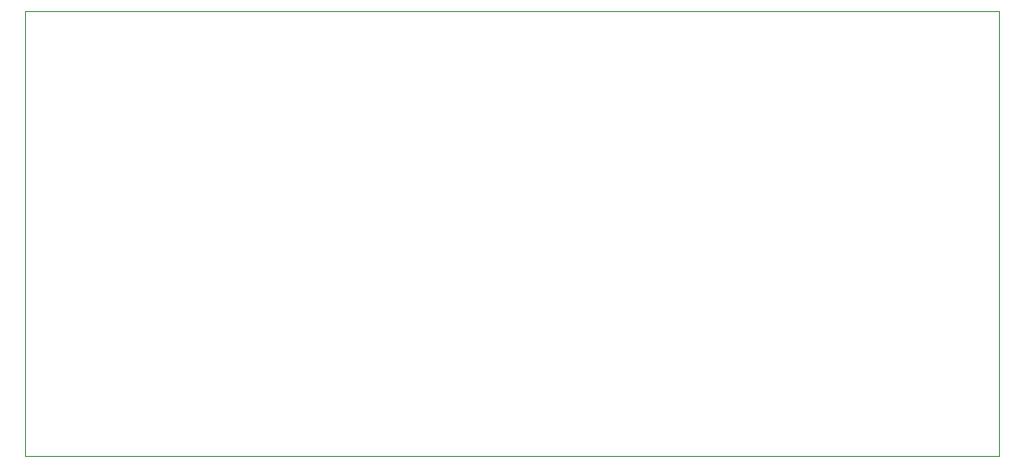
<source format=gm1>
%TF.GenerationSoftware,KiCad,Pcbnew,(6.0.1)*%
%TF.CreationDate,2022-03-10T11:46:57+01:00*%
%TF.ProjectId,ci-poc-board,63692d70-6f63-42d6-926f-6172642e6b69,rev?*%
%TF.SameCoordinates,Original*%
%TF.FileFunction,Profile,NP*%
%FSLAX46Y46*%
G04 Gerber Fmt 4.6, Leading zero omitted, Abs format (unit mm)*
G04 Created by KiCad (PCBNEW (6.0.1)) date 2022-03-10 11:46:57*
%MOMM*%
%LPD*%
G01*
G04 APERTURE LIST*
%TA.AperFunction,Profile*%
%ADD10C,0.100000*%
%TD*%
G04 APERTURE END LIST*
D10*
X58420000Y-48260000D02*
X147320000Y-48260000D01*
X147320000Y-48260000D02*
X147320000Y-88900000D01*
X147320000Y-88900000D02*
X58420000Y-88900000D01*
X58420000Y-88900000D02*
X58420000Y-48260000D01*
M02*

</source>
